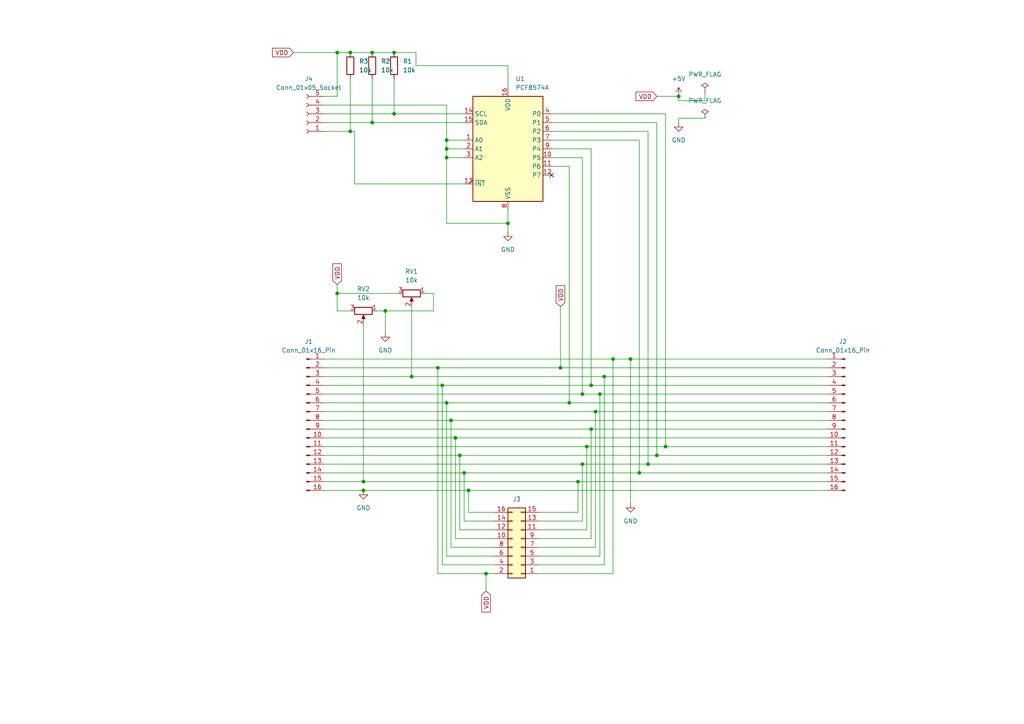
<source format=kicad_sch>
(kicad_sch (version 20231120) (generator "eeschema") (generator_version "8.0")
  (paper "A4")
  (lib_symbols
    (symbol "Connector:Conn_01x05_Socket" (pin_names (offset 1.016) hide)
      (property "Reference" "J4" (at -0.635 -10.16 0))
      (property "Value" "Conn_01x05_Socket" (at -0.635 -7.62 0))
      (symbol "Conn_01x05_Socket_1_1"
        (arc (start 0 -4.572) (mid -0.5058 -5.08) (end 0 -5.588) (stroke (width 0.1524)))
        (arc (start 0 -2.032) (mid -0.5058 -2.54) (end 0 -3.048) (stroke (width 0.1524)))
        (polyline (pts (xy -1.27 -5.08) (xy -0.508 -5.08)) (stroke (width 0.1524)))
        (polyline (pts (xy -1.27 -2.54) (xy -0.508 -2.54)) (stroke (width 0.1524)))
        (polyline (pts (xy -1.27 0) (xy -0.508 0)) (stroke (width 0.1524)))
        (polyline (pts (xy -1.27 2.54) (xy -0.508 2.54)) (stroke (width 0.1524)))
        (polyline (pts (xy -1.27 5.08) (xy -0.508 5.08)) (stroke (width 0.1524)))
        (arc (start 0 0.508) (mid -0.5058 0) (end 0 -0.508) (stroke (width 0.1524)))
        (arc (start 0 3.048) (mid -0.5058 2.54) (end 0 2.032) (stroke (width 0.1524)))
        (arc (start 0 5.588) (mid -0.5058 5.08) (end 0 4.572) (stroke (width 0.1524)))
        (pin passive line (at -5.08 5.08 0) (length 3.81) (name "Pin_VDD") (number "1"))
        (pin passive line (at -5.08 2.54 0) (length 3.81) (name "Pin_GND") (number "2"))
        (pin passive line (at -5.08 0 0) (length 3.81) (name "Pin_SCL") (number "3"))
        (pin passive line (at -5.08 -2.54 0) (length 3.81) (name "Pin_SDA") (number "4"))
        (pin passive line (at -5.08 -5.08 0) (length 3.81) (name "Pin_INT") (number "5"))
      )
    )
    (symbol "Connector:Conn_01x16_Pin" (pin_names (offset 1.016) hide)
      (property "Reference" "J" (at 0 20.32 0))
      (property "Value" "Conn_01x16_Pin" (at 0 -22.86 0))
      (symbol "Conn_01x16_Pin_1_1"
        (polyline (pts (xy 1.27 -20.32) (xy 0.8636 -20.32)) (stroke (width 0.1524)))
        (polyline (pts (xy 1.27 -17.78) (xy 0.8636 -17.78)) (stroke (width 0.1524)))
        (polyline (pts (xy 1.27 -15.24) (xy 0.8636 -15.24)) (stroke (width 0.1524)))
        (polyline (pts (xy 1.27 -12.7) (xy 0.8636 -12.7)) (stroke (width 0.1524)))
        (polyline (pts (xy 1.27 -10.16) (xy 0.8636 -10.16)) (stroke (width 0.1524)))
        (polyline (pts (xy 1.27 -7.62) (xy 0.8636 -7.62)) (stroke (width 0.1524)))
        (polyline (pts (xy 1.27 -5.08) (xy 0.8636 -5.08)) (stroke (width 0.1524)))
        (polyline (pts (xy 1.27 -2.54) (xy 0.8636 -2.54)) (stroke (width 0.1524)))
        (polyline (pts (xy 1.27 0) (xy 0.8636 0)) (stroke (width 0.1524)))
        (polyline (pts (xy 1.27 2.54) (xy 0.8636 2.54)) (stroke (width 0.1524)))
        (polyline (pts (xy 1.27 5.08) (xy 0.8636 5.08)) (stroke (width 0.1524)))
        (polyline (pts (xy 1.27 7.62) (xy 0.8636 7.62)) (stroke (width 0.1524)))
        (polyline (pts (xy 1.27 10.16) (xy 0.8636 10.16)) (stroke (width 0.1524)))
        (polyline (pts (xy 1.27 12.7) (xy 0.8636 12.7)) (stroke (width 0.1524)))
        (polyline (pts (xy 1.27 15.24) (xy 0.8636 15.24)) (stroke (width 0.1524)))
        (polyline (pts (xy 1.27 17.78) (xy 0.8636 17.78)) (stroke (width 0.1524)))
        (rectangle (start 0.8636 -20.193) (end 0 -20.447) (stroke (width 0.1524)) (fill (type outline)))
        (rectangle (start 0.8636 -17.653) (end 0 -17.907) (stroke (width 0.1524)) (fill (type outline)))
        (rectangle (start 0.8636 -15.113) (end 0 -15.367) (stroke (width 0.1524)) (fill (type outline)))
        (rectangle (start 0.8636 -12.573) (end 0 -12.827) (stroke (width 0.1524)) (fill (type outline)))
        (rectangle (start 0.8636 -10.033) (end 0 -10.287) (stroke (width 0.1524)) (fill (type outline)))
        (rectangle (start 0.8636 -7.493) (end 0 -7.747) (stroke (width 0.1524)) (fill (type outline)))
        (rectangle (start 0.8636 -4.953) (end 0 -5.207) (stroke (width 0.1524)) (fill (type outline)))
        (rectangle (start 0.8636 -2.413) (end 0 -2.667) (stroke (width 0.1524)) (fill (type outline)))
        (rectangle (start 0.8636 0.127) (end 0 -0.127) (stroke (width 0.1524)) (fill (type outline)))
        (rectangle (start 0.8636 2.667) (end 0 2.413) (stroke (width 0.1524)) (fill (type outline)))
        (rectangle (start 0.8636 5.207) (end 0 4.953) (stroke (width 0.1524)) (fill (type outline)))
        (rectangle (start 0.8636 7.747) (end 0 7.493) (stroke (width 0.1524)) (fill (type outline)))
        (rectangle (start 0.8636 10.287) (end 0 10.033) (stroke (width 0.1524)) (fill (type outline)))
        (rectangle (start 0.8636 12.827) (end 0 12.573) (stroke (width 0.1524)) (fill (type outline)))
        (rectangle (start 0.8636 15.367) (end 0 15.113) (stroke (width 0.1524)) (fill (type outline)))
        (rectangle (start 0.8636 17.907) (end 0 17.653) (stroke (width 0.1524)) (fill (type outline)))
        (pin passive line (at 5.08 17.78 180) (length 3.81) (name "Pin_1") (number "1"))
        (pin passive line (at 5.08 -5.08 180) (length 3.81) (name "Pin_10") (number "10"))
        (pin passive line (at 5.08 -7.62 180) (length 3.81) (name "Pin_11") (number "11"))
        (pin passive line (at 5.08 -10.16 180) (length 3.81) (name "Pin_12") (number "12"))
        (pin passive line (at 5.08 -12.7 180) (length 3.81) (name "Pin_13") (number "13"))
        (pin passive line (at 5.08 -15.24 180) (length 3.81) (name "Pin_14") (number "14"))
        (pin passive line (at 5.08 -17.78 180) (length 3.81) (name "Pin_15") (number "15"))
        (pin passive line (at 5.08 -20.32 180) (length 3.81) (name "Pin_16") (number "16"))
        (pin passive line (at 5.08 15.24 180) (length 3.81) (name "Pin_2") (number "2"))
        (pin passive line (at 5.08 12.7 180) (length 3.81) (name "Pin_3") (number "3"))
        (pin passive line (at 5.08 10.16 180) (length 3.81) (name "Pin_4") (number "4"))
        (pin passive line (at 5.08 7.62 180) (length 3.81) (name "Pin_5") (number "5"))
        (pin passive line (at 5.08 5.08 180) (length 3.81) (name "Pin_6") (number "6"))
        (pin passive line (at 5.08 2.54 180) (length 3.81) (name "Pin_7") (number "7"))
        (pin passive line (at 5.08 0 180) (length 3.81) (name "Pin_8") (number "8"))
        (pin passive line (at 5.08 -2.54 180) (length 3.81) (name "Pin_9") (number "9"))
      )
    )
    (symbol "Connector_Generic:Conn_02x08_Odd_Even" (pin_names (offset 1.016) hide)
      (property "Reference" "J3" (at 1.27 -13.97 0))
      (symbol "Conn_02x08_Odd_Even_1_1"
        (rectangle (start -1.27 -10.033) (end 0 -10.287) (stroke (width 0.1524)))
        (rectangle (start -1.27 -7.493) (end 0 -7.747) (stroke (width 0.1524)))
        (rectangle (start -1.27 -4.953) (end 0 -5.207) (stroke (width 0.1524)))
        (rectangle (start -1.27 -2.413) (end 0 -2.667) (stroke (width 0.1524)))
        (rectangle (start -1.27 0.127) (end 0 -0.127) (stroke (width 0.1524)))
        (rectangle (start -1.27 2.667) (end 0 2.413) (stroke (width 0.1524)))
        (rectangle (start -1.27 5.207) (end 0 4.953) (stroke (width 0.1524)))
        (rectangle (start -1.27 7.747) (end 0 7.493) (stroke (width 0.1524)))
        (rectangle (start -1.27 8.89) (end 3.81 -11.43) (stroke (width 0.254)) (fill (type background)))
        (rectangle (start 3.81 -10.033) (end 2.54 -10.287) (stroke (width 0.1524)))
        (rectangle (start 3.81 -7.493) (end 2.54 -7.747) (stroke (width 0.1524)))
        (rectangle (start 3.81 -4.953) (end 2.54 -5.207) (stroke (width 0.1524)))
        (rectangle (start 3.81 -2.413) (end 2.54 -2.667) (stroke (width 0.1524)))
        (rectangle (start 3.81 0.127) (end 2.54 -0.127) (stroke (width 0.1524)))
        (rectangle (start 3.81 2.667) (end 2.54 2.413) (stroke (width 0.1524)))
        (rectangle (start 3.81 5.207) (end 2.54 4.953) (stroke (width 0.1524)))
        (rectangle (start 3.81 7.747) (end 2.54 7.493) (stroke (width 0.1524)))
        (pin passive line (at 7.62 7.62 180) (length 3.81) (name "Pin_1") (number "1"))
        (pin passive line (at -5.08 -2.54 0) (length 3.81) (name "Pin_10") (number "10"))
        (pin passive line (at 7.62 -5.08 180) (length 3.81) (name "Pin_11") (number "11"))
        (pin passive line (at -5.08 -5.08 0) (length 3.81) (name "Pin_12") (number "12"))
        (pin passive line (at 7.62 -7.62 180) (length 3.81) (name "Pin_13") (number "13"))
        (pin passive line (at -5.08 -7.62 0) (length 3.81) (name "Pin_14") (number "14"))
        (pin passive line (at 7.62 -10.16 180) (length 3.81) (name "Pin_15") (number "15"))
        (pin passive line (at -5.08 -10.16 0) (length 3.81) (name "Pin_16") (number "16"))
        (pin passive line (at -5.08 7.62 0) (length 3.81) (name "Pin_2") (number "2"))
        (pin passive line (at 7.62 5.08 180) (length 3.81) (name "Pin_3") (number "3"))
        (pin passive line (at -5.08 5.08 0) (length 3.81) (name "Pin_4") (number "4"))
        (pin passive line (at 7.62 2.54 180) (length 3.81) (name "Pin_5") (number "5"))
        (pin passive line (at -5.08 2.54 0) (length 3.81) (name "Pin_6") (number "6"))
        (pin passive line (at 7.62 0 180) (length 3.81) (name "Pin_7") (number "7"))
        (pin passive line (at -5.08 0 0) (length 3.81) (name "Pin_8") (number "8"))
        (pin passive line (at 7.62 -2.54 180) (length 3.81) (name "Pin_9") (number "9"))
      )
    )
    (symbol "Device:R" (pin_numbers hide) (pin_names (offset 0))
      (property "Reference" "R" (at 2.032 0 90))
      (property "Value" "R" (at 0 0 90))
      (symbol "R_0_1"
        (rectangle (start -1.016 -2.54) (end 1.016 2.54) (stroke (width 0.254)))
      )
      (symbol "R_1_1"
        (pin passive line (at 0 3.81 270) (length 1.27) (name "~") (number "1"))
        (pin passive line (at 0 -3.81 90) (length 1.27) (name "~") (number "2"))
      )
    )
    (symbol "Device:R_Potentiometer" (pin_names (offset 1.016) hide)
      (property "Reference" "RV" (at -4.445 0 90))
      (property "Value" "R_Potentiometer" (at -2.54 0 90))
      (symbol "R_Potentiometer_0_1"
        (polyline (pts (xy 2.54 0) (xy 1.524 0)))
        (polyline (pts (xy 1.143 0) (xy 2.286 0.508) (xy 2.286 -0.508) (xy 1.143 0)) (fill (type outline)))
        (rectangle (start 1.016 2.54) (end -1.016 -2.54) (stroke (width 0.254)))
      )
      (symbol "R_Potentiometer_1_1"
        (pin passive line (at 0 3.81 270) (length 1.27) (name "1") (number "1"))
        (pin passive line (at 3.81 0 180) (length 1.27) (name "2") (number "2"))
        (pin passive line (at 0 -3.81 90) (length 1.27) (name "3") (number "3"))
      )
    )
    (symbol "Interface_Expansion:PCF8574A"
      (property "Reference" "U" (at -8.89 16.51 0))
      (property "Value" "PCF8574A" (at 2.54 16.51 0))
      (symbol "PCF8574A_0_1"
        (rectangle (start -10.16 15.24) (end 10.16 -15.24) (stroke (width 0.254)) (fill (type background)))
      )
      (symbol "PCF8574A_1_1"
        (pin input line (at -12.7 2.54 0) (length 2.54) (name "A0") (number "1"))
        (pin bidirectional line (at 12.7 -2.54 180) (length 2.54) (name "P5") (number "10"))
        (pin bidirectional line (at 12.7 -5.08 180) (length 2.54) (name "P6") (number "11"))
        (pin bidirectional line (at 12.7 -7.62 180) (length 2.54) (name "P7") (number "12"))
        (pin open_collector output_low (at -12.7 -10.16 0) (length 2.54) (name "~{INT}") (number "13"))
        (pin input line (at -12.7 10.16 0) (length 2.54) (name "SCL") (number "14"))
        (pin bidirectional line (at -12.7 7.62 0) (length 2.54) (name "SDA") (number "15"))
        (pin power_in line (at 0 17.78 270) (length 2.54) (name "VDD") (number "16"))
        (pin input line (at -12.7 0 0) (length 2.54) (name "A1") (number "2"))
        (pin input line (at -12.7 -2.54 0) (length 2.54) (name "A2") (number "3"))
        (pin bidirectional line (at 12.7 10.16 180) (length 2.54) (name "P0") (number "4"))
        (pin bidirectional line (at 12.7 7.62 180) (length 2.54) (name "P1") (number "5"))
        (pin bidirectional line (at 12.7 5.08 180) (length 2.54) (name "P2") (number "6"))
        (pin bidirectional line (at 12.7 2.54 180) (length 2.54) (name "P3") (number "7"))
        (pin power_in line (at 0 -17.78 90) (length 2.54) (name "VSS") (number "8"))
        (pin bidirectional line (at 12.7 0 180) (length 2.54) (name "P4") (number "9"))
      )
    )
    (symbol "power:+5V" (power) (pin_numbers hide) (pin_names (offset 0) hide)
      (property "Value" "+5V" (at 0 3.556 0))
      (symbol "+5V_0_1"
        (polyline (pts (xy -0.762 1.27) (xy 0 2.54)))
        (polyline (pts (xy 0 0) (xy 0 2.54)))
        (polyline (pts (xy 0 2.54) (xy 0.762 1.27)))
      )
      (symbol "+5V_1_1"
        (pin power_in line (at 0 0 90) (length 0) (name "~") (number "1"))
      )
    )
    (symbol "power:GND" (power) (pin_numbers hide) (pin_names (offset 0) hide)
      (property "Value" "GND" (at 0 -3.81 0))
      (symbol "GND_0_1"
        (polyline (pts (xy 0 0) (xy 0 -1.27) (xy 1.27 -1.27) (xy 0 -2.54) (xy -1.27 -1.27) (xy 0 -1.27)))
      )
      (symbol "GND_1_1"
        (pin power_in line (at 0 0 270) (length 0) (name "~") (number "1"))
      )
    )
    (symbol "power:PWR_FLAG" (power) (pin_numbers hide) (pin_names (offset 0) hide)
      (property "Value" "PWR_FLAG" (at 0 3.81 0))
      (symbol "PWR_FLAG_0_0"
        (pin power_out line (at 0 0 90) (length 0) (name "~") (number "1"))
      )
      (symbol "PWR_FLAG_0_1"
        (polyline (pts (xy 0 0) (xy 0 1.27) (xy -1.016 1.905) (xy 0 2.54) (xy 1.016 1.905) (xy 0 1.27)))
      )
    )
  )
  (junction (at 107.95 15.24))
  (junction (at 97.79 15.24))
  (junction (at 133.35 132.08))
  (junction (at 129.54 40.64))
  (junction (at 190.5 132.08))
  (junction (at 165.1 116.84))
  (junction (at 167.64 139.7))
  (junction (at 129.54 43.18))
  (junction (at 127 106.68))
  (junction (at 101.6 15.24))
  (junction (at 105.41 142.24))
  (junction (at 105.41 139.7))
  (junction (at 177.8 104.14))
  (junction (at 129.54 116.84))
  (junction (at 173.99 114.3))
  (junction (at 119.38 109.22))
  (junction (at 168.91 134.62))
  (junction (at 134.62 137.16))
  (junction (at 170.18 129.54))
  (junction (at 193.04 129.54))
  (junction (at 130.81 121.92))
  (junction (at 111.76 90.17))
  (junction (at 114.3 33.02))
  (junction (at 196.85 27.94))
  (junction (at 162.56 106.68))
  (junction (at 107.95 35.56))
  (junction (at 140.97 166.37))
  (junction (at 175.26 109.22))
  (junction (at 97.79 85.09))
  (junction (at 171.45 111.76))
  (junction (at 182.88 104.14))
  (junction (at 168.91 114.3))
  (junction (at 172.72 119.38))
  (junction (at 187.96 134.62))
  (junction (at 135.89 142.24))
  (junction (at 114.3 15.24))
  (junction (at 147.32 64.77))
  (junction (at 101.6 38.1))
  (junction (at 129.54 45.72))
  (junction (at 185.42 137.16))
  (junction (at 171.45 124.46))
  (junction (at 132.08 127))
  (junction (at 128.27 111.76))
  (no_connect (at 160.02 50.8))
  (wire (pts (xy 132.08 127) (xy 240.03 127)))
  (wire (pts (xy 101.6 15.24) (xy 107.95 15.24)))
  (wire (pts (xy 143.51 161.29) (xy 129.54 161.29)))
  (wire (pts (xy 160.02 43.18) (xy 171.45 43.18)))
  (wire (pts (xy 196.85 34.29) (xy 196.85 35.56)))
  (wire (pts (xy 175.26 109.22) (xy 240.03 109.22)))
  (wire (pts (xy 160.02 40.64) (xy 185.42 40.64)))
  (wire (pts (xy 101.6 22.86) (xy 101.6 38.1)))
  (wire (pts (xy 160.02 33.02) (xy 193.04 33.02)))
  (wire (pts (xy 93.98 30.48) (xy 129.54 30.48)))
  (wire (pts (xy 129.54 45.72) (xy 129.54 64.77)))
  (wire (pts (xy 168.91 45.72) (xy 168.91 114.3)))
  (wire (pts (xy 190.5 132.08) (xy 240.03 132.08)))
  (wire (pts (xy 114.3 15.24) (xy 120.65 15.24)))
  (wire (pts (xy 93.98 106.68) (xy 127 106.68)))
  (wire (pts (xy 135.89 148.59) (xy 135.89 142.24)))
  (wire (pts (xy 97.79 90.17) (xy 97.79 85.09)))
  (wire (pts (xy 173.99 114.3) (xy 173.99 161.29)))
  (wire (pts (xy 93.98 137.16) (xy 134.62 137.16)))
  (wire (pts (xy 107.95 22.86) (xy 107.95 35.56)))
  (wire (pts (xy 143.51 156.21) (xy 132.08 156.21)))
  (wire (pts (xy 85.09 15.24) (xy 97.79 15.24)))
  (wire (pts (xy 125.73 85.09) (xy 123.19 85.09)))
  (wire (pts (xy 129.54 40.64) (xy 134.62 40.64)))
  (wire (pts (xy 107.95 35.56) (xy 134.62 35.56)))
  (wire (pts (xy 162.56 88.9) (xy 162.56 106.68)))
  (wire (pts (xy 93.98 124.46) (xy 171.45 124.46)))
  (wire (pts (xy 93.98 114.3) (xy 168.91 114.3)))
  (wire (pts (xy 97.79 85.09) (xy 97.79 82.55)))
  (wire (pts (xy 93.98 132.08) (xy 133.35 132.08)))
  (wire (pts (xy 125.73 90.17) (xy 125.73 85.09)))
  (wire (pts (xy 168.91 134.62) (xy 168.91 151.13)))
  (wire (pts (xy 127 106.68) (xy 162.56 106.68)))
  (wire (pts (xy 190.5 35.56) (xy 190.5 132.08)))
  (wire (pts (xy 167.64 139.7) (xy 167.64 148.59)))
  (wire (pts (xy 172.72 119.38) (xy 240.03 119.38)))
  (wire (pts (xy 134.62 137.16) (xy 134.62 151.13)))
  (wire (pts (xy 93.98 27.94) (xy 97.79 27.94)))
  (wire (pts (xy 160.02 35.56) (xy 190.5 35.56)))
  (wire (pts (xy 187.96 38.1) (xy 187.96 134.62)))
  (wire (pts (xy 160.02 45.72) (xy 168.91 45.72)))
  (wire (pts (xy 190.5 27.94) (xy 196.85 27.94)))
  (wire (pts (xy 156.21 148.59) (xy 167.64 148.59)))
  (wire (pts (xy 165.1 116.84) (xy 240.03 116.84)))
  (wire (pts (xy 135.89 142.24) (xy 240.03 142.24)))
  (wire (pts (xy 130.81 121.92) (xy 130.81 158.75)))
  (wire (pts (xy 182.88 104.14) (xy 240.03 104.14)))
  (wire (pts (xy 140.97 166.37) (xy 140.97 171.45)))
  (wire (pts (xy 128.27 111.76) (xy 128.27 163.83)))
  (wire (pts (xy 119.38 109.22) (xy 175.26 109.22)))
  (wire (pts (xy 102.87 38.1) (xy 102.87 53.34)))
  (wire (pts (xy 193.04 33.02) (xy 193.04 129.54)))
  (wire (pts (xy 140.97 166.37) (xy 143.51 166.37)))
  (wire (pts (xy 156.21 161.29) (xy 173.99 161.29)))
  (wire (pts (xy 105.41 93.98) (xy 105.41 139.7)))
  (wire (pts (xy 177.8 104.14) (xy 182.88 104.14)))
  (wire (pts (xy 128.27 111.76) (xy 171.45 111.76)))
  (wire (pts (xy 127 166.37) (xy 140.97 166.37)))
  (wire (pts (xy 177.8 104.14) (xy 177.8 166.37)))
  (wire (pts (xy 193.04 129.54) (xy 240.03 129.54)))
  (wire (pts (xy 111.76 90.17) (xy 125.73 90.17)))
  (wire (pts (xy 156.21 158.75) (xy 172.72 158.75)))
  (wire (pts (xy 111.76 90.17) (xy 111.76 96.52)))
  (wire (pts (xy 172.72 119.38) (xy 172.72 158.75)))
  (wire (pts (xy 97.79 15.24) (xy 97.79 27.94)))
  (wire (pts (xy 101.6 90.17) (xy 97.79 90.17)))
  (wire (pts (xy 156.21 156.21) (xy 171.45 156.21)))
  (wire (pts (xy 173.99 114.3) (xy 240.03 114.3)))
  (wire (pts (xy 134.62 137.16) (xy 185.42 137.16)))
  (wire (pts (xy 133.35 132.08) (xy 133.35 153.67)))
  (wire (pts (xy 97.79 85.09) (xy 115.57 85.09)))
  (wire (pts (xy 93.98 134.62) (xy 168.91 134.62)))
  (wire (pts (xy 171.45 124.46) (xy 240.03 124.46)))
  (wire (pts (xy 156.21 153.67) (xy 170.18 153.67)))
  (wire (pts (xy 102.87 53.34) (xy 134.62 53.34)))
  (wire (pts (xy 143.51 163.83) (xy 128.27 163.83)))
  (wire (pts (xy 132.08 127) (xy 132.08 156.21)))
  (wire (pts (xy 130.81 121.92) (xy 240.03 121.92)))
  (wire (pts (xy 129.54 43.18) (xy 134.62 43.18)))
  (wire (pts (xy 204.47 26.67) (xy 204.47 29.21)))
  (wire (pts (xy 105.41 139.7) (xy 167.64 139.7)))
  (wire (pts (xy 119.38 88.9) (xy 119.38 109.22)))
  (wire (pts (xy 171.45 124.46) (xy 171.45 156.21)))
  (wire (pts (xy 204.47 34.29) (xy 196.85 34.29)))
  (wire (pts (xy 120.65 19.05) (xy 147.32 19.05)))
  (wire (pts (xy 93.98 35.56) (xy 107.95 35.56)))
  (wire (pts (xy 171.45 111.76) (xy 240.03 111.76)))
  (wire (pts (xy 133.35 132.08) (xy 190.5 132.08)))
  (wire (pts (xy 107.95 15.24) (xy 114.3 15.24)))
  (wire (pts (xy 171.45 43.18) (xy 171.45 111.76)))
  (wire (pts (xy 160.02 38.1) (xy 187.96 38.1)))
  (wire (pts (xy 165.1 48.26) (xy 165.1 116.84)))
  (wire (pts (xy 97.79 15.24) (xy 101.6 15.24)))
  (wire (pts (xy 175.26 109.22) (xy 175.26 163.83)))
  (wire (pts (xy 156.21 166.37) (xy 177.8 166.37)))
  (wire (pts (xy 162.56 106.68) (xy 240.03 106.68)))
  (wire (pts (xy 143.51 151.13) (xy 134.62 151.13)))
  (wire (pts (xy 129.54 40.64) (xy 129.54 43.18)))
  (wire (pts (xy 170.18 129.54) (xy 193.04 129.54)))
  (wire (pts (xy 129.54 161.29) (xy 129.54 116.84)))
  (wire (pts (xy 129.54 43.18) (xy 129.54 45.72)))
  (wire (pts (xy 204.47 29.21) (xy 196.85 29.21)))
  (wire (pts (xy 143.51 158.75) (xy 130.81 158.75)))
  (wire (pts (xy 185.42 40.64) (xy 185.42 137.16)))
  (wire (pts (xy 93.98 127) (xy 132.08 127)))
  (wire (pts (xy 196.85 29.21) (xy 196.85 27.94)))
  (wire (pts (xy 93.98 104.14) (xy 177.8 104.14)))
  (wire (pts (xy 143.51 148.59) (xy 135.89 148.59)))
  (wire (pts (xy 156.21 163.83) (xy 175.26 163.83)))
  (wire (pts (xy 93.98 33.02) (xy 114.3 33.02)))
  (wire (pts (xy 93.98 109.22) (xy 119.38 109.22)))
  (wire (pts (xy 168.91 134.62) (xy 187.96 134.62)))
  (wire (pts (xy 114.3 22.86) (xy 114.3 33.02)))
  (wire (pts (xy 93.98 38.1) (xy 101.6 38.1)))
  (wire (pts (xy 170.18 129.54) (xy 170.18 153.67)))
  (wire (pts (xy 168.91 114.3) (xy 173.99 114.3)))
  (wire (pts (xy 143.51 153.67) (xy 133.35 153.67)))
  (wire (pts (xy 182.88 104.14) (xy 182.88 146.05)))
  (wire (pts (xy 109.22 90.17) (xy 111.76 90.17)))
  (wire (pts (xy 129.54 30.48) (xy 129.54 40.64)))
  (wire (pts (xy 93.98 119.38) (xy 172.72 119.38)))
  (wire (pts (xy 127 106.68) (xy 127 166.37)))
  (wire (pts (xy 93.98 129.54) (xy 170.18 129.54)))
  (wire (pts (xy 167.64 139.7) (xy 240.03 139.7)))
  (wire (pts (xy 129.54 45.72) (xy 134.62 45.72)))
  (wire (pts (xy 93.98 116.84) (xy 129.54 116.84)))
  (wire (pts (xy 93.98 142.24) (xy 105.41 142.24)))
  (wire (pts (xy 101.6 38.1) (xy 102.87 38.1)))
  (wire (pts (xy 105.41 142.24) (xy 135.89 142.24)))
  (wire (pts (xy 147.32 64.77) (xy 147.32 67.31)))
  (wire (pts (xy 147.32 19.05) (xy 147.32 25.4)))
  (wire (pts (xy 147.32 60.96) (xy 147.32 64.77)))
  (wire (pts (xy 129.54 64.77) (xy 147.32 64.77)))
  (wire (pts (xy 156.21 151.13) (xy 168.91 151.13)))
  (wire (pts (xy 187.96 134.62) (xy 240.03 134.62)))
  (wire (pts (xy 93.98 111.76) (xy 128.27 111.76)))
  (wire (pts (xy 114.3 33.02) (xy 134.62 33.02)))
  (wire (pts (xy 120.65 15.24) (xy 120.65 19.05)))
  (wire (pts (xy 93.98 139.7) (xy 105.41 139.7)))
  (wire (pts (xy 129.54 116.84) (xy 165.1 116.84)))
  (wire (pts (xy 93.98 121.92) (xy 130.81 121.92)))
  (wire (pts (xy 160.02 48.26) (xy 165.1 48.26)))
  (wire (pts (xy 185.42 137.16) (xy 240.03 137.16)))
  (global_label "VDD" (shape input) (at 97.79 82.55 90) (property "Intersheetrefs" "${INTERSHEET_REFS}" (effects (hide yes))))
  (global_label "VDD" (shape input) (at 140.97 171.45 270) (property "Intersheetrefs" "${INTERSHEET_REFS}" (effects (hide yes))))
  (global_label "VDD" (shape input) (at 190.5 27.94 180) (property "Intersheetrefs" "${INTERSHEET_REFS}" (effects (hide yes))))
  (global_label "VDD" (shape input) (at 162.56 88.9 90) (property "Intersheetrefs" "${INTERSHEET_REFS}" (effects (hide yes))))
  (global_label "VDD" (shape input) (at 85.09 15.24 180) (property "Intersheetrefs" "${INTERSHEET_REFS}" (effects (hide yes))))
  (symbol (lib_id "power:+5V") (at 196.85 27.94 0) (unit 1)
    (property "Reference" "#PWR04" (effects (hide yes)))
    (property "Value" "+5V" (at 196.85 22.86 0))
    (property "Description" "Power symbol creates a global label with name \"+5V\"" (effects (hide yes)))
  )
  (symbol (lib_id "power:GND") (at 111.76 96.52 0) (unit 1)
    (property "Reference" "#PWR01" (effects (hide yes)))
    (property "Value" "GND" (at 111.76 101.6 0))
    (property "Description" "Power symbol creates a global label with name \"GND\" , ground" (effects (hide yes)))
  )
  (symbol (lib_id "power:GND") (at 196.85 35.56 0) (unit 1)
    (property "Reference" "#PWR05" (effects (hide yes)))
    (property "Value" "GND" (at 196.85 40.64 0))
    (property "Description" "Power symbol creates a global label with name \"GND\" , ground" (effects (hide yes)))
  )
  (symbol (lib_id "Connector:Conn_01x16_Pin") (at 88.9 121.92 0) (unit 1)
    (property "Reference" "J1" (at 89.535 99.06 0))
    (property "Value" "Conn_01x16_Pin" (at 89.535 101.6 0))
    (property "Footprint" "Connector_PinSocket_2.54mm:PinSocket_1x16_P2.54mm_Vertical" (effects (hide yes)))
    (property "Description" "Generic connector, single row, 01x16, script generated" (effects (hide yes)))
  )
  (symbol (lib_id "power:GND") (at 105.41 142.24 0) (unit 1)
    (property "Reference" "#PWR03" (effects (hide yes)))
    (property "Value" "GND" (at 105.41 147.32 0))
    (property "Description" "Power symbol creates a global label with name \"GND\" , ground" (effects (hide yes)))
  )
  (symbol (lib_id "Device:R") (at 107.95 19.05 0) (unit 1)
    (property "Reference" "R2" (at 110.49 17.7799 0) (effects (justify left)))
    (property "Value" "10k" (at 110.49 20.3199 0) (effects (justify left)))
    (property "Footprint" "Resistor_THT:R_Axial_DIN0204_L3.6mm_D1.6mm_P5.08mm_Horizontal" (effects (hide yes)))
    (property "Description" "Resistor" (effects (hide yes)))
  )
  (symbol (lib_id "Device:R_Potentiometer") (at 105.41 90.17 270) (unit 1)
    (property "Reference" "RV2" (at 105.41 83.82 90))
    (property "Value" "10k" (at 105.41 86.36 90))
    (property "Footprint" "Potentiometer_THT:Potentiometer_ACP_CA6-H2,5_Horizontal" (effects (hide yes)))
    (property "Description" "Potentiometer" (effects (hide yes)))
  )
  (symbol (lib_id "power:GND") (at 182.88 146.05 0) (unit 1)
    (property "Reference" "#PWR02" (effects (hide yes)))
    (property "Value" "GND" (at 182.88 151.13 0))
    (property "Description" "Power symbol creates a global label with name \"GND\" , ground" (effects (hide yes)))
  )
  (symbol (lib_id "Device:R_Potentiometer") (at 119.38 85.09 270) (unit 1)
    (property "Reference" "RV1" (at 119.38 78.74 90))
    (property "Value" "10k" (at 119.38 81.28 90))
    (property "Footprint" "Potentiometer_THT:Potentiometer_ACP_CA6-H2,5_Horizontal" (effects (hide yes)))
    (property "Description" "Potentiometer" (effects (hide yes)))
  )
  (symbol (lib_id "Connector:Conn_01x05_Socket") (at 88.9 33.02 180) (unit 1)
    (property "Reference" "J4" (at 89.535 22.86 0))
    (property "Value" "Conn_01x05_Socket" (at 89.535 25.4 0))
    (property "Footprint" "Connector_PinSocket_2.54mm:PinSocket_1x05_P2.54mm_Vertical" (effects (hide yes)))
    (property "Description" "Generic connector, single row, 01x05, script generated" (effects (hide yes)))
  )
  (symbol (lib_id "Device:R") (at 101.6 19.05 0) (unit 1)
    (property "Reference" "R3" (at 104.14 17.7799 0) (effects (justify left)))
    (property "Value" "10k" (at 104.14 20.3199 0) (effects (justify left)))
    (property "Footprint" "Resistor_THT:R_Axial_DIN0204_L3.6mm_D1.6mm_P5.08mm_Horizontal" (effects (hide yes)))
    (property "Description" "Resistor" (effects (hide yes)))
  )
  (symbol (lib_id "Device:R") (at 114.3 19.05 0) (unit 1)
    (property "Reference" "R1" (at 116.84 17.7799 0) (effects (justify left)))
    (property "Value" "10k" (at 116.84 20.3199 0) (effects (justify left)))
    (property "Footprint" "Resistor_THT:R_Axial_DIN0204_L3.6mm_D1.6mm_P5.08mm_Horizontal" (effects (hide yes)))
    (property "Description" "Resistor" (effects (hide yes)))
  )
  (symbol (lib_id "power:PWR_FLAG") (at 204.47 34.29 0) (unit 1)
    (property "Reference" "#FLG02" (effects (hide yes)))
    (property "Value" "PWR_FLAG" (at 204.47 29.21 0))
    (property "Description" "Special symbol for telling ERC where power comes from" (effects (hide yes)))
  )
  (symbol (lib_id "power:PWR_FLAG") (at 204.47 26.67 0) (unit 1)
    (property "Reference" "#FLG01" (effects (hide yes)))
    (property "Value" "PWR_FLAG" (at 204.47 21.59 0))
    (property "Description" "Special symbol for telling ERC where power comes from" (effects (hide yes)))
  )
  (symbol (lib_id "Connector:Conn_01x16_Pin") (at 245.11 121.92 0) (mirror y) (unit 1)
    (property "Reference" "J2" (at 244.475 99.06 0))
    (property "Value" "Conn_01x16_Pin" (at 244.475 101.6 0))
    (property "Footprint" "Connector_PinSocket_2.54mm:PinSocket_1x16_P2.54mm_Vertical" (effects (hide yes)))
    (property "Description" "Generic connector, single row, 01x16, script generated" (effects (hide yes)))
  )
  (symbol (lib_id "Interface_Expansion:PCF8574A") (at 147.32 43.18 0) (unit 1)
    (property "Reference" "U1" (at 149.5141 22.86 0) (effects (justify left)))
    (property "Value" "PCF8574A" (at 149.5141 25.4 0) (effects (justify left)))
    (property "Footprint" "Package_DIP:DIP-16_W7.62mm_Socket" (effects (hide yes)))
    (property "Datasheet" "http://www.nxp.com/docs/en/data-sheet/PCF8574_PCF8574A.pdf" (effects (hide yes)))
    (property "Description" "8 Bit Port/Expander to I2C Bus, DIP/SOIC-16" (effects (hide yes)))
  )
  (symbol (lib_id "Connector_Generic:Conn_02x08_Odd_Even") (at 148.59 158.75 0) (mirror x) (unit 1)
    (property "Reference" "J3" (at 149.86 144.78 0))
    (property "Value" "Conn_02x08_Odd_Even" (effects (hide yes)))
    (property "Footprint" "Connector_PinSocket_2.54mm:PinSocket_2x08_P2.54mm_Vertical" (effects (hide yes)))
    (property "Description" "Generic connector, double row, 02x08, odd/even pin numbering scheme (row 1 odd numbers, row 2 even numbers), script generated (kicad-library-utils/schlib/autogen/connector/)" (effects (hide yes)))
  )
  (symbol (lib_id "power:GND") (at 147.32 67.31 0) (unit 1)
    (property "Reference" "#PWR06" (effects (hide yes)))
    (property "Value" "GND" (at 147.32 72.39 0))
    (property "Description" "Power symbol creates a global label with name \"GND\" , ground" (effects (hide yes)))
  )
)
</source>
